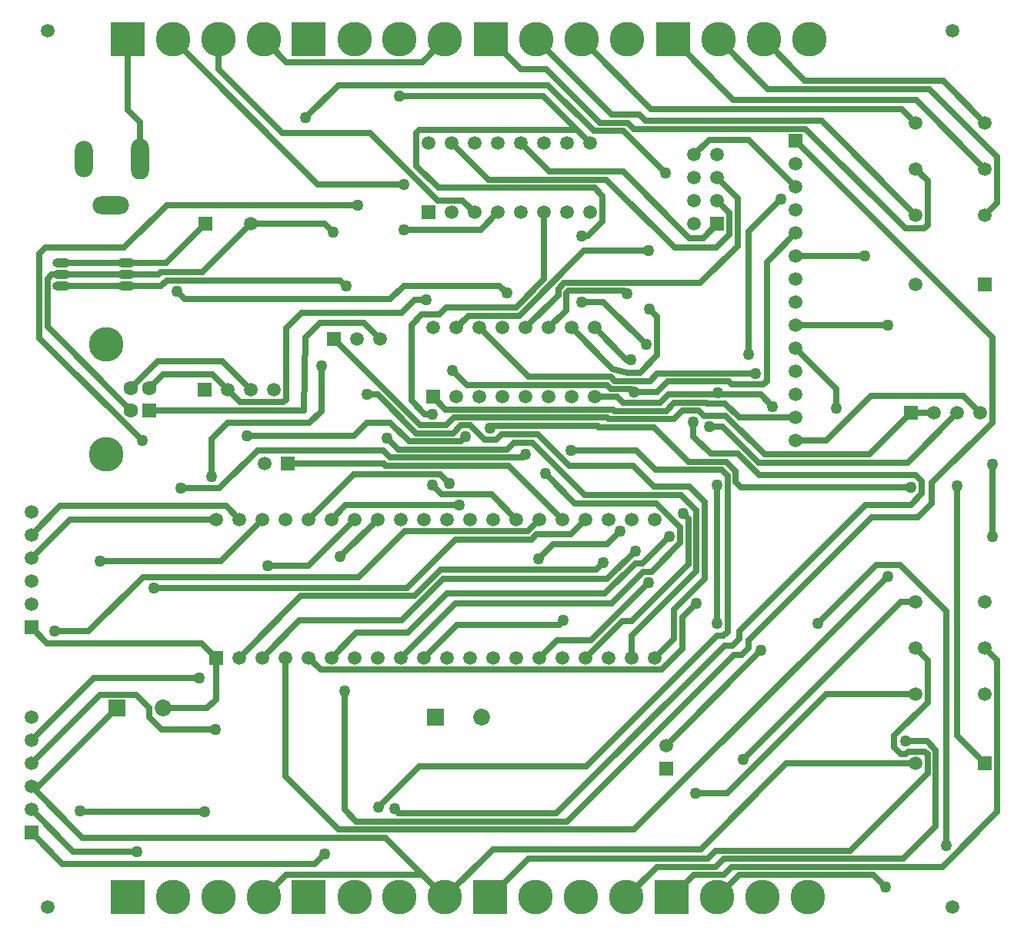
<source format=gbl>
%FSLAX42Y42*%
%MOMM*%
G71*
G01*
G75*
G04 Layer_Physical_Order=2*
G04 Layer_Color=16711680*
%ADD10R,1.10X1.40*%
%ADD11O,2.20X0.60*%
%ADD12R,1.10X1.70*%
%ADD13R,1.40X6.70*%
%ADD14C,0.64*%
%ADD15C,0.55*%
%ADD16C,0.30*%
%ADD17C,3.81*%
%ADD18R,3.81X3.81*%
%ADD19R,1.85X1.85*%
%ADD20C,1.85*%
%ADD21C,1.50*%
%ADD22R,1.50X1.50*%
%ADD23R,1.50X1.50*%
%ADD24O,2.00X1.00*%
%ADD25O,2.00X1.00*%
%ADD26C,1.52*%
%ADD27C,3.80*%
%ADD28R,1.60X1.60*%
%ADD29C,1.60*%
%ADD30C,1.50*%
%ADD31R,1.50X1.50*%
%ADD32R,1.50X1.50*%
%ADD33O,2.00X4.50*%
%ADD34O,2.00X4.00*%
%ADD35O,4.00X2.00*%
%ADD36C,1.27*%
D14*
X21844Y23673D02*
X22555D01*
X21844Y23800D02*
X22555D01*
X21844Y23546D02*
X22555D01*
X31191Y22149D02*
X31445D01*
X24066Y16815D02*
X24315Y17064D01*
X25814D02*
X26063Y16815D01*
X22808Y22426D02*
X22957Y22576D01*
X23500D01*
X23673Y22403D01*
X22568Y25492D02*
X22706Y25354D01*
X22568Y25492D02*
Y26264D01*
X21737Y23673D02*
X21844D01*
X21687Y23622D02*
X21737Y23673D01*
X21687Y23097D02*
Y23622D01*
Y23097D02*
X22608Y22176D01*
X23393Y23702D02*
X23923Y24232D01*
X22939Y23702D02*
X23393D01*
X22910Y23673D02*
X22939Y23702D01*
X22555Y23673D02*
X22910D01*
X24912Y23613D02*
X24979Y23546D01*
X23005Y23613D02*
X24912D01*
X22938Y23546D02*
X23005Y23613D01*
X22555Y23546D02*
X22938D01*
X24738Y24232D02*
X24829Y24140D01*
X23923Y24232D02*
X24738D01*
X22991Y23800D02*
X23423Y24232D01*
X22555Y23800D02*
X22991D01*
X29822Y18288D02*
X31242D01*
X28875Y17341D02*
X29822Y18288D01*
X26589Y17341D02*
X28875D01*
X26063Y16815D02*
X26589Y17341D01*
X26561Y16815D02*
X26986Y17240D01*
X28952D01*
X29041Y17329D01*
X30517D01*
X31374Y18186D01*
Y18390D01*
X31344Y18420D02*
X31374Y18390D01*
X31166Y18420D02*
X31344D01*
X31135Y18390D02*
X31166Y18420D01*
X31084Y18390D02*
X31135D01*
X31008Y18466D02*
X31084Y18390D01*
X31008Y18466D02*
Y18593D01*
X31377Y18961D01*
Y19423D01*
X31242Y19558D02*
X31377Y19423D01*
X26256Y24493D02*
X26391Y24359D01*
X25982Y24493D02*
X26256D01*
X25240Y25235D02*
X25982Y24493D01*
X24270Y25235D02*
X25240D01*
X23566Y25938D02*
X24270Y25235D01*
X23566Y25938D02*
Y26264D01*
X29401Y25158D02*
X29921Y24638D01*
X28968Y25158D02*
X29401D01*
X28804Y24994D02*
X28968Y25158D01*
X31091Y25500D02*
X31242Y25349D01*
X28330Y25500D02*
X31091D01*
X27567Y26264D02*
X28330Y25500D01*
X21509Y17780D02*
X21971Y17318D01*
X22675D01*
X24971Y21135D02*
X26223D01*
X24816Y20980D02*
X24971Y21135D01*
X26010Y21478D02*
X26111Y21377D01*
X25060Y21478D02*
X26010D01*
X24562Y20980D02*
X25060Y21478D01*
X21509Y19789D02*
X21684Y19614D01*
X23388D01*
X23546Y19456D01*
X21590Y18034D02*
X22454Y18898D01*
X21509Y18034D02*
X21590D01*
X22071Y17472D02*
X25406D01*
X21509Y18034D02*
X22071Y17472D01*
X31697Y18595D02*
Y21349D01*
Y18595D02*
X32004Y18288D01*
X31763Y22339D02*
X31953Y22149D01*
X30750Y22339D02*
X31763D01*
X30255Y21844D02*
X30750Y22339D01*
X29921Y21844D02*
X30255D01*
X29921Y25146D02*
X32085Y22982D01*
Y22047D02*
Y22982D01*
X31417Y21379D02*
X32085Y22047D01*
X31417Y21153D02*
Y21379D01*
X31265Y21001D02*
X31417Y21153D01*
X30759Y21001D02*
X31265D01*
X29406Y19647D02*
X30759Y21001D01*
X29406Y19558D02*
Y19647D01*
X29331Y19483D02*
X29406Y19558D01*
X29242Y19483D02*
X29331D01*
X27408Y17650D02*
X29242Y19483D01*
X25086Y17650D02*
X27408D01*
X24955Y17780D02*
X25086Y17650D01*
X24955Y17780D02*
Y19088D01*
X28059Y22741D02*
X28110D01*
X27711Y23089D02*
X28059Y22741D01*
X29320Y21328D02*
X31189D01*
X29262Y21387D02*
X29320Y21328D01*
X29262Y21387D02*
Y21511D01*
X29159Y21614D02*
X29262Y21511D01*
X28747Y21614D02*
X29159D01*
X28366Y21995D02*
X28747Y21614D01*
X27756Y21995D02*
X28366D01*
X27746Y22005D02*
X27756Y21995D01*
X26587Y22005D02*
X27746D01*
X26563Y21981D02*
X26587Y22005D01*
X29299Y22098D02*
X29921D01*
X29140Y22257D02*
X29299Y22098D01*
X28945Y22257D02*
X29140D01*
X28937Y22264D02*
X28945Y22257D01*
X28586Y22264D02*
X28937D01*
X28495Y22173D02*
X28586Y22264D01*
X27934Y22173D02*
X28495D01*
X27915Y22191D02*
X27934Y22173D01*
X26069Y22191D02*
X27915D01*
X25933Y22327D02*
X26069Y22191D01*
X26137Y25121D02*
X26538Y24719D01*
X27838D01*
X28588Y23970D01*
X29048D01*
X29192Y24114D01*
Y24351D01*
X29058Y24486D02*
X29192Y24351D01*
X29058Y24740D02*
X29281Y24516D01*
Y23992D02*
Y24516D01*
X28874Y23585D02*
X29281Y23992D01*
X27374Y23585D02*
X28874D01*
X27309Y23520D02*
X27374Y23585D01*
X27309Y23448D02*
Y23520D01*
X26949Y23089D02*
X27309Y23448D01*
X23154Y21326D02*
X23582D01*
X23999Y21742D01*
X25380D01*
X25461Y21661D01*
X26919D01*
X26949Y21692D01*
X31544Y25809D02*
X32004Y25349D01*
X30025Y25809D02*
X31544D01*
X29571Y26264D02*
X30025Y25809D01*
X28572Y26264D02*
X29237Y25599D01*
X31246D01*
X32004Y24841D01*
Y24333D02*
X32139Y24468D01*
Y24973D01*
X31392Y25720D02*
X32139Y24973D01*
X29616Y25720D02*
X31392D01*
X29073Y26264D02*
X29616Y25720D01*
X21509Y20805D02*
X21829Y21125D01*
X23655D01*
X23800Y20980D01*
X21938D02*
X23546D01*
X21509Y20551D02*
X21938Y20980D01*
X22962Y18898D02*
X23444D01*
X23546Y18999D01*
Y19456D01*
X24630Y17186D02*
X24742Y17297D01*
X21849Y17186D02*
X24630D01*
X21509Y17526D02*
X21849Y17186D01*
X27593Y23937D02*
X28301D01*
X26877Y23221D02*
X27593Y23937D01*
X26320Y23221D02*
X26877D01*
X26187Y23089D02*
X26320Y23221D01*
X29084Y22358D02*
X29534D01*
X29065Y22377D02*
X29084Y22358D01*
X28372Y19456D02*
X28581Y19666D01*
Y19983D01*
X28919Y20321D01*
Y21167D01*
X28748Y21339D02*
X28919Y21167D01*
X28363Y21339D02*
X28748D01*
X28132Y21570D02*
X28363Y21339D01*
X27432Y21570D02*
X28132D01*
X27087Y21915D02*
X27432Y21570D01*
X26685Y21915D02*
X27087D01*
X26629Y21859D02*
X26685Y21915D01*
X26496Y21859D02*
X26629D01*
X26342Y22014D02*
X26496Y21859D01*
X26237Y22014D02*
X26342D01*
X26151Y21928D02*
X26237Y22014D01*
X25749Y21928D02*
X26151D01*
X25325Y22352D02*
X25749Y21928D01*
X25202Y22352D02*
X25325D01*
X25611Y24171D02*
X26457D01*
X26645Y24359D01*
X27102Y19456D02*
X27293Y19647D01*
X27671D01*
X28306Y20282D01*
X30366Y22202D02*
Y22415D01*
X29921Y22860D02*
X30366Y22415D01*
X28499Y18491D02*
X29541Y19534D01*
X29921Y23876D02*
X30686D01*
X26764Y21572D02*
X27356Y20980D01*
X25408Y21572D02*
X26764D01*
X25390Y21590D02*
X25408Y21572D01*
X24333Y21590D02*
X25390D01*
X26441Y23089D02*
X26982Y22548D01*
X27889D01*
X27932Y22504D01*
X28317D01*
X28400Y22587D01*
X29483D01*
X29053Y19830D02*
Y21354D01*
X30168Y19830D02*
X30813Y20475D01*
X31074D01*
X31580Y19969D01*
Y17386D02*
Y19969D01*
X27203Y23089D02*
X27398Y23283D01*
Y23470D01*
X27424Y23496D01*
X28035D01*
X28067Y23465D01*
X31130Y18539D02*
X31364D01*
X31463Y18440D01*
Y17595D02*
Y18440D01*
X31109Y17240D02*
X31463Y17595D01*
X29130Y17240D02*
X31109D01*
X29041Y17151D02*
X29130Y17240D01*
X28396Y17151D02*
X29041D01*
X28059Y16815D02*
X28396Y17151D01*
X28904Y24078D02*
X29058Y24232D01*
X28753Y24078D02*
X28904D01*
X28023Y24808D02*
X28753Y24078D01*
X27211Y24808D02*
X28023D01*
X26899Y25121D02*
X27211Y24808D01*
X27457Y23089D02*
X27909Y22637D01*
X28065Y22593D01*
X28207D01*
X28397Y22784D01*
Y23213D01*
X28313Y23297D02*
X28397Y23213D01*
X27318Y19817D02*
X27363Y19863D01*
X26192Y19817D02*
X27318D01*
X25832Y19456D02*
X26192Y19817D01*
X25578Y19456D02*
X26177Y20056D01*
X27898D01*
X28245Y20403D01*
X28335D01*
X28652Y20720D01*
Y20895D01*
X28390Y21158D02*
X28652Y20895D01*
X27493Y21158D02*
X28390D01*
X27170Y21481D02*
X27493Y21158D01*
X24701Y22172D02*
Y22670D01*
X24569Y22040D02*
X24701Y22172D01*
X23673Y22040D02*
X24569D01*
X23498Y21864D02*
X23673Y22040D01*
X23498Y21448D02*
Y21864D01*
X26970Y20848D02*
X27102Y20980D01*
X25615Y20848D02*
X26970D01*
X25112Y20345D02*
X25615Y20848D01*
X22740Y20345D02*
X25112D01*
X22141Y19746D02*
X22740Y20345D01*
X21763Y19746D02*
X22141D01*
X24557Y20467D02*
X25070Y20980D01*
X24115Y20467D02*
X24557D01*
X22202Y19235D02*
X23360D01*
X21509Y18542D02*
X22202Y19235D01*
X21509Y18288D02*
X22268Y19047D01*
X22662D01*
X22812Y18898D01*
Y18796D02*
Y18898D01*
Y18796D02*
X22944Y18664D01*
X23533D01*
X24910Y20566D02*
X25324Y20980D01*
X27610Y19456D02*
X28014Y19861D01*
X28113D01*
X28741Y20489D01*
Y20983D01*
X28682Y21042D02*
X28741Y20983D01*
X27092Y20544D02*
X27257Y20709D01*
X27849D01*
X27986Y20846D01*
X24308Y18145D02*
Y19456D01*
Y18145D02*
X24892Y17561D01*
X28140D01*
X30932Y20353D01*
X29921Y23114D02*
X30932D01*
X24054Y19456D02*
X24463Y19865D01*
X25589D01*
X26044Y20320D01*
X27848D01*
X28157Y20629D01*
X27725Y20423D02*
X27805Y20503D01*
X26020Y20423D02*
X27725D01*
X25731Y20135D02*
X26020Y20423D01*
X24478Y20135D02*
X25731D01*
X23800Y19456D02*
X24478Y20135D01*
X28679Y19897D02*
X28832Y20050D01*
X28679Y19553D02*
Y19897D01*
X28449Y19323D02*
X28679Y19553D01*
X24695Y19323D02*
X28449D01*
X24562Y19456D02*
X24695Y19323D01*
X29403Y24150D02*
X29759Y24506D01*
X29403Y22799D02*
Y24150D01*
X28232Y20493D02*
X28532Y20792D01*
X28156Y20493D02*
X28232D01*
X27823Y20160D02*
X28156Y20493D01*
X26083Y20160D02*
X27823D01*
X25651Y19728D02*
X26083Y20160D01*
X25088Y19728D02*
X25651D01*
X24816Y19456D02*
X25088Y19728D01*
X32088Y20790D02*
Y21587D01*
X24531Y25405D02*
X24889Y25763D01*
X27196D01*
X27702Y25257D01*
X28027D01*
X28491Y24793D01*
X27153Y23622D02*
Y24359D01*
X26843Y23312D02*
X27153Y23622D01*
X26078Y23312D02*
X26843D01*
X25998Y23233D02*
X26078Y23312D01*
X25808Y23233D02*
X25998D01*
X25692Y23117D02*
X25808Y23233D01*
X25692Y22286D02*
Y23117D01*
Y22286D02*
X25839Y22139D01*
X25926D01*
Y21354D02*
X26024Y21256D01*
X26572D01*
X26848Y20980D01*
X28118Y19456D02*
Y19700D01*
X28830Y20412D01*
Y21078D01*
X28659Y21250D02*
X28830Y21078D01*
X27602Y21250D02*
X28659D01*
X27026Y21826D02*
X27602Y21250D01*
X26825Y21826D02*
X27026D01*
X26749Y21750D02*
X26825Y21826D01*
X25552Y21750D02*
X26749D01*
X25428Y21874D02*
X25552Y21750D01*
X22332Y24443D02*
X22386D01*
X22286D02*
X22332D01*
X25814Y26015D02*
X26063Y26264D01*
X24315Y26015D02*
X25814D01*
X24066Y26264D02*
X24315Y26015D01*
X27711Y22327D02*
X27958D01*
X28023Y22262D01*
X28430D01*
X28522Y22353D01*
X29539D02*
X29670Y22222D01*
X26657Y23553D02*
X26741Y23470D01*
X25611Y23553D02*
X26657D01*
X25461Y23404D02*
X25611Y23553D01*
X23200Y23404D02*
X25461D01*
X23114Y23490D02*
X23200Y23404D01*
X27805Y23376D02*
X28275Y22906D01*
X27569Y23376D02*
X27805D01*
X28976Y22001D02*
X29116D01*
X29515Y21603D01*
X31153D01*
X31699Y22149D01*
X30734Y21692D02*
X31191Y22149D01*
X29578Y21692D02*
X30734D01*
X29148Y22122D02*
X29578Y21692D01*
X28909Y22122D02*
X29148D01*
X28856Y22175D02*
X28909Y22122D01*
X28675Y22175D02*
X28856D01*
X28584Y22084D02*
X28675Y22175D01*
X27862Y22084D02*
X28584D01*
X27844Y22103D02*
X27862Y22084D01*
X26165Y22103D02*
X27844D01*
X26080Y22017D02*
X26165Y22103D01*
X25786Y22017D02*
X26080D01*
X24841Y22962D02*
X25786Y22017D01*
X23673Y22403D02*
X23807Y22268D01*
X24282D01*
X24315Y22301D01*
Y23084D01*
X24486Y23254D01*
X25585D01*
X25733Y23401D01*
X25855D01*
X26144Y22619D02*
X26304Y22459D01*
X27844D01*
X27887Y22415D01*
X28110D01*
X28143Y22382D01*
X28400D01*
X28515Y22498D01*
X29187D01*
X29219Y22466D01*
X29566D01*
X29604Y22504D01*
Y23812D01*
X29921Y24130D01*
X23609Y22720D02*
X23927Y22403D01*
X22902Y22720D02*
X23609D01*
X22608Y22426D02*
X22902Y22720D01*
X27444Y20814D02*
X27610Y20980D01*
X27069Y20814D02*
X27444D01*
X27014Y20759D02*
X27069Y20814D01*
X26178Y20759D02*
X27014D01*
X25642Y20223D02*
X26178Y20759D01*
X22855Y20223D02*
X25642D01*
X23595Y20522D02*
X24054Y20980D01*
X22268Y20522D02*
X23595D01*
X31242Y24841D02*
X31377Y24707D01*
Y24221D02*
Y24707D01*
X31336Y24181D02*
X31377Y24221D01*
X31128Y24181D02*
X31336D01*
X30030Y25278D02*
X31128Y24181D01*
X28143Y25278D02*
X30030D01*
X28075Y25346D02*
X28143Y25278D01*
X27770Y25346D02*
X28075D01*
X27177Y25938D02*
X27770Y25346D01*
X26894Y25938D02*
X27177D01*
X26568Y26264D02*
X26894Y25938D01*
X27069Y26264D02*
X27898Y25435D01*
X28205D01*
X28273Y25367D01*
X30208D01*
X31242Y24333D01*
X24661Y24671D02*
X25611D01*
X23068Y26264D02*
X24661Y24671D01*
X25171Y23140D02*
X25349Y22962D01*
X24689Y23140D02*
X25171D01*
X24529Y22980D02*
X24689Y23140D01*
X24511Y22176D02*
X24529Y22980D01*
X22808Y22176D02*
X24511D01*
X30773Y17062D02*
X30909Y16927D01*
X29305Y17062D02*
X30773D01*
X29058Y16815D02*
X29305Y17062D01*
X28557Y16815D02*
X28805Y17062D01*
X29130D01*
X29219Y17151D01*
X31533D01*
X32139Y17757D01*
Y19423D01*
X32004Y19558D02*
X32139Y19423D01*
X29342Y18331D02*
X31077Y20066D01*
X31242D01*
X30256Y19050D02*
X31242D01*
X29169Y17963D02*
X30256Y19050D01*
X28819Y17963D02*
X29169D01*
X26236Y21839D02*
X26289Y21892D01*
X25669Y21839D02*
X26236D01*
X25461Y22047D02*
X25669Y21839D01*
X25204Y22047D02*
X25461D01*
X25057Y21900D02*
X25204Y22047D01*
X23886Y21900D02*
X25057D01*
X23000Y24442D02*
X25103D01*
X22532Y23975D02*
X23000Y24442D01*
X21666Y23975D02*
X22532D01*
X21598Y23906D02*
X21666Y23975D01*
X21598Y22974D02*
Y23906D01*
Y22974D02*
X22728Y21844D01*
X22050Y17767D02*
X22060Y17757D01*
X23421D01*
X28796Y21894D02*
Y22055D01*
Y21894D02*
X28987Y21703D01*
X29289D01*
X29526Y21466D01*
X31242D01*
X31311Y21397D01*
Y21260D02*
Y21397D01*
X31191Y21140D02*
X31311Y21260D01*
X30688Y21140D02*
X31191D01*
X29299Y19752D02*
X30688Y21140D01*
X29299Y19660D02*
Y19752D01*
X29229Y19590D02*
X29299Y19660D01*
X29137Y19590D02*
X29229D01*
X27286Y17738D02*
X29137Y19590D01*
X25548Y17738D02*
X27286D01*
X25507Y17780D02*
X25548Y17738D01*
X25507Y17780D02*
Y17795D01*
X27564Y24100D02*
X27635D01*
X27795Y24260D01*
Y24543D01*
X27708Y24630D02*
X27795Y24543D01*
X25994Y24630D02*
X27708D01*
X25750Y24874D02*
X25994Y24630D01*
X25750Y24874D02*
Y25239D01*
X25778Y25268D01*
X27513D02*
X27661Y25121D01*
X25563Y25641D02*
X27140D01*
X25329Y17810D02*
X25776Y18258D01*
X27617D01*
X29056Y19697D01*
X29128D01*
X29173Y19742D01*
Y21460D01*
X29108Y21525D02*
X29173Y21460D01*
X28378Y21525D02*
X29108D01*
X28166Y21737D02*
X28378Y21525D01*
X27449Y21737D02*
X28166D01*
X24315Y17064D02*
X25814D01*
X22332Y24443D02*
X22386D01*
X22486D01*
X25814Y17064D02*
X26063Y16815D01*
X25406Y17472D02*
X25814Y17064D01*
X29539Y22353D02*
X29670Y22222D01*
X29534Y22358D02*
X29539Y22353D01*
X28522D02*
X29065D01*
X29539D01*
X22706Y24943D02*
Y25068D01*
Y25354D01*
X27513Y25268D02*
X27661Y25121D01*
X27140Y25641D02*
X27513Y25268D01*
X25778D02*
X27513D01*
D17*
X27061Y16815D02*
D03*
X27559D02*
D03*
X28059D02*
D03*
X25065D02*
D03*
X25563D02*
D03*
X26063D02*
D03*
X27069Y26264D02*
D03*
X27567D02*
D03*
X28067D02*
D03*
X25065D02*
D03*
X25563D02*
D03*
X26063D02*
D03*
X23068D02*
D03*
X23566D02*
D03*
X24066D02*
D03*
X30071D02*
D03*
X29571D02*
D03*
X29073D02*
D03*
X29058Y16815D02*
D03*
X29555D02*
D03*
X30056D02*
D03*
X24066D02*
D03*
X23566D02*
D03*
X23068D02*
D03*
D18*
X26561D02*
D03*
X24564D02*
D03*
X26568Y26264D02*
D03*
X24564D02*
D03*
X22568D02*
D03*
X28572D02*
D03*
X28557Y16815D02*
D03*
X22568D02*
D03*
D19*
X25959Y18796D02*
D03*
X22454Y18898D02*
D03*
D20*
X26467Y18796D02*
D03*
X22962Y18898D02*
D03*
D21*
X28804Y24994D02*
D03*
Y24740D02*
D03*
Y24486D02*
D03*
Y24232D02*
D03*
X29058Y24994D02*
D03*
Y24740D02*
D03*
Y24486D02*
D03*
X23923Y24232D02*
D03*
X31953Y22149D02*
D03*
X31699D02*
D03*
X31445D02*
D03*
X25349Y22962D02*
D03*
X25095D02*
D03*
X21509Y18796D02*
D03*
Y18542D02*
D03*
Y18288D02*
D03*
Y18034D02*
D03*
Y17780D02*
D03*
X29921Y24892D02*
D03*
Y24638D02*
D03*
Y24384D02*
D03*
Y24130D02*
D03*
Y23876D02*
D03*
Y23622D02*
D03*
Y23368D02*
D03*
Y23114D02*
D03*
Y22860D02*
D03*
Y22606D02*
D03*
Y22352D02*
D03*
Y22098D02*
D03*
Y21844D02*
D03*
X21509Y21059D02*
D03*
Y20805D02*
D03*
Y20551D02*
D03*
Y20297D02*
D03*
Y20043D02*
D03*
X24181Y22403D02*
D03*
X23927D02*
D03*
X23673D02*
D03*
X28372Y20980D02*
D03*
X28118D02*
D03*
X27864D02*
D03*
X27610D02*
D03*
X27356D02*
D03*
X27102D02*
D03*
X26848D02*
D03*
X26594D02*
D03*
X26340D02*
D03*
X26086D02*
D03*
X25832D02*
D03*
X25578D02*
D03*
X25324D02*
D03*
X25070D02*
D03*
X24816D02*
D03*
X24562D02*
D03*
X24308D02*
D03*
X24054D02*
D03*
X23800D02*
D03*
X23546D02*
D03*
X28372Y19456D02*
D03*
X28118D02*
D03*
X27864D02*
D03*
X27610D02*
D03*
X27356D02*
D03*
X27102D02*
D03*
X26848D02*
D03*
X26594D02*
D03*
X26340D02*
D03*
X26086D02*
D03*
X25832D02*
D03*
X25578D02*
D03*
X25324D02*
D03*
X25070D02*
D03*
X24816D02*
D03*
X24562D02*
D03*
X24308D02*
D03*
X24054D02*
D03*
X23800D02*
D03*
X22086Y24843D02*
D03*
Y25043D02*
D03*
X22486Y24443D02*
D03*
X22286D02*
D03*
X24079Y21590D02*
D03*
X28499Y18491D02*
D03*
D22*
X29058Y24232D02*
D03*
X21509Y17526D02*
D03*
X29921Y25146D02*
D03*
X21509Y19789D02*
D03*
X23546Y19456D02*
D03*
X28499Y18237D02*
D03*
D23*
X23423Y24232D02*
D03*
X31191Y22149D02*
D03*
X24841Y22962D02*
D03*
X23419Y22403D02*
D03*
X24333Y21590D02*
D03*
D24*
X22555Y23800D02*
D03*
X21844D02*
D03*
D25*
X22555Y23673D02*
D03*
Y23546D02*
D03*
X21844D02*
D03*
Y23673D02*
D03*
D26*
X31648Y26365D02*
D03*
X21692D02*
D03*
Y16713D02*
D03*
X31648D02*
D03*
D27*
X22337Y21699D02*
D03*
Y22903D02*
D03*
D28*
X22808Y22176D02*
D03*
D29*
Y22426D02*
D03*
X22608Y22176D02*
D03*
Y22426D02*
D03*
D30*
X31242Y20066D02*
D03*
Y19558D02*
D03*
Y19050D02*
D03*
Y18288D02*
D03*
X32004Y19050D02*
D03*
Y19558D02*
D03*
Y20066D02*
D03*
X31242Y25349D02*
D03*
Y24841D02*
D03*
Y24333D02*
D03*
Y23571D02*
D03*
X32004Y24333D02*
D03*
Y24841D02*
D03*
Y25349D02*
D03*
X27661Y25121D02*
D03*
X27407D02*
D03*
X27153D02*
D03*
X26899D02*
D03*
X26645D02*
D03*
X26391D02*
D03*
X26137D02*
D03*
X25883D02*
D03*
X27661Y24359D02*
D03*
X27407D02*
D03*
X27153D02*
D03*
X26899D02*
D03*
X26645D02*
D03*
X26391D02*
D03*
X26137D02*
D03*
X22706Y25068D02*
D03*
Y24818D02*
D03*
X26187Y22327D02*
D03*
X26441D02*
D03*
X26695D02*
D03*
X26949D02*
D03*
X27203D02*
D03*
X27457D02*
D03*
X27711D02*
D03*
X25933Y23089D02*
D03*
X26187D02*
D03*
X26441D02*
D03*
X26695D02*
D03*
X26949D02*
D03*
X27203D02*
D03*
X27457D02*
D03*
X27711D02*
D03*
D31*
X32004Y18288D02*
D03*
Y23571D02*
D03*
D32*
X25883Y24359D02*
D03*
X25933Y22327D02*
D03*
D33*
X22706Y24943D02*
D03*
D34*
X22086D02*
D03*
D35*
X22386Y24443D02*
D03*
D36*
X24979Y23546D02*
D03*
X24829Y24140D02*
D03*
X22675Y17318D02*
D03*
X26223Y21135D02*
D03*
X26111Y21377D02*
D03*
X31697Y21349D02*
D03*
X24955Y19088D02*
D03*
X28110Y22741D02*
D03*
X31189Y21328D02*
D03*
X26563Y21981D02*
D03*
X23154Y21326D02*
D03*
X26949Y21692D02*
D03*
X24742Y17297D02*
D03*
X28301Y23937D02*
D03*
X29670Y22222D02*
D03*
X29065Y22377D02*
D03*
X25202Y22352D02*
D03*
X25611Y24171D02*
D03*
X28306Y20282D02*
D03*
X30366Y22202D02*
D03*
X29541Y19534D02*
D03*
X30686Y23876D02*
D03*
X29483Y22587D02*
D03*
X29053Y21354D02*
D03*
Y19830D02*
D03*
X30168D02*
D03*
X31580Y17386D02*
D03*
X28067Y23465D02*
D03*
X31130Y18539D02*
D03*
X28313Y23297D02*
D03*
X27363Y19863D02*
D03*
X27170Y21481D02*
D03*
X24701Y22670D02*
D03*
X23498Y21448D02*
D03*
X21763Y19746D02*
D03*
X24115Y20467D02*
D03*
X23360Y19235D02*
D03*
X23533Y18664D02*
D03*
X24910Y20566D02*
D03*
X28682Y21042D02*
D03*
X27092Y20544D02*
D03*
X27986Y20846D02*
D03*
X30932Y20353D02*
D03*
Y23114D02*
D03*
X28157Y20629D02*
D03*
X27805Y20503D02*
D03*
X28832Y20050D02*
D03*
X29759Y24506D02*
D03*
X29403Y22799D02*
D03*
X28532Y20792D02*
D03*
X32088Y21587D02*
D03*
Y20790D02*
D03*
X24531Y25405D02*
D03*
X28491Y24793D02*
D03*
X25926Y22139D02*
D03*
Y21354D02*
D03*
X25428Y21874D02*
D03*
X26741Y23470D02*
D03*
X23114Y23490D02*
D03*
X28275Y22906D02*
D03*
X27569Y23376D02*
D03*
X28976Y22001D02*
D03*
X25855Y23401D02*
D03*
X26144Y22619D02*
D03*
X28143Y22382D02*
D03*
X22855Y20223D02*
D03*
X22268Y20522D02*
D03*
X25611Y24671D02*
D03*
X30909Y16927D02*
D03*
X29342Y18331D02*
D03*
X28819Y17963D02*
D03*
X26289Y21892D02*
D03*
X23886Y21900D02*
D03*
X25103Y24442D02*
D03*
X22728Y21844D02*
D03*
X22050Y17767D02*
D03*
X23421Y17757D02*
D03*
X28796Y22055D02*
D03*
X25507Y17795D02*
D03*
X27564Y24100D02*
D03*
X25563Y25641D02*
D03*
X25329Y17810D02*
D03*
X27449Y21737D02*
D03*
M02*

</source>
